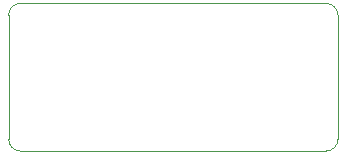
<source format=gbr>
%TF.GenerationSoftware,KiCad,Pcbnew,(6.0.2)*%
%TF.CreationDate,2022-04-18T15:37:34+08:00*%
%TF.ProjectId,ST-Link-Hulk,53542d4c-696e-46b2-9d48-756c6b2e6b69,V0.1*%
%TF.SameCoordinates,Original*%
%TF.FileFunction,Profile,NP*%
%FSLAX46Y46*%
G04 Gerber Fmt 4.6, Leading zero omitted, Abs format (unit mm)*
G04 Created by KiCad (PCBNEW (6.0.2)) date 2022-04-18 15:37:34*
%MOMM*%
%LPD*%
G01*
G04 APERTURE LIST*
%TA.AperFunction,Profile*%
%ADD10C,0.050000*%
%TD*%
G04 APERTURE END LIST*
D10*
X0Y1000000D02*
X0Y11500000D01*
X1000000Y12500000D02*
G75*
G03*
X0Y11500000I-1J-999999D01*
G01*
X1000000Y12500000D02*
X26884400Y12500000D01*
X1000000Y0D02*
X26884400Y0D01*
X0Y1000000D02*
G75*
G03*
X1000000Y0I999999J-1D01*
G01*
X26884400Y0D02*
G75*
G03*
X27884400Y1000000I1J999999D01*
G01*
X27884400Y11500000D02*
G75*
G03*
X26884400Y12500000I-999999J1D01*
G01*
X27884400Y11500000D02*
X27884400Y1000000D01*
M02*

</source>
